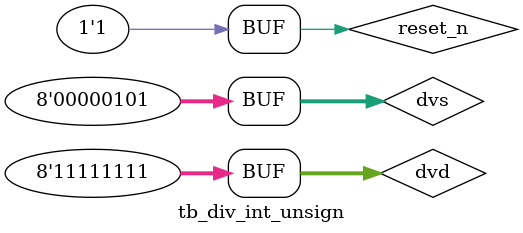
<source format=v>


module tb_div_int_unsign;

	parameter WIDTH = 8;

	reg [WIDTH-1:0] dvd;         // Dividend
	reg [WIDTH-1:0] dvs;         // Divisor
	reg reset_n;                 // Active low reset

	wire [WIDTH-1:0] qot;        // Quotient
	wire [WIDTH-1:0] rmd;        // Reminder

	division #(.WIDTH(WIDTH)) division_inst (.dvd(dvd), .dvs(dvs), .qot(qot), .rmd(rmd), .reset_n(reset_n));


	initial 
		begin
			$dumpfile ("division.vcd");
			$dumpvars (0, tb_div_int_unsign);
		end


	initial 
		begin
        	$monitor(" \t%d:\t (Dividend =%d)/(Divisor =%d) (quotient =%d) (reminder =%d) ",$time, dvd, dvs, qot, rmd);
   		end


	initial begin

		// Initialize Inputs and wait for 100 ns
        # 000 reset_n = 0;      //Undefined inputs
        # 050 reset_n = 1;
        #050;  

        //Apply each set of inputs and wait for 100 ns.
        dvd = 100;    dvs = 10; 
        #100;
        dvd = 67;    dvs = 20; 
        #100;
        dvd = 90;     dvs = 9;  
        #100;
        dvd = 75;     dvs = 10; 
        #100;
        dvd = 16;     dvs = 3;  
        #100;
        dvd = 255;    dvs = 5;  
        #100;

	end


endmodule : tb_div_int_unsign
</source>
